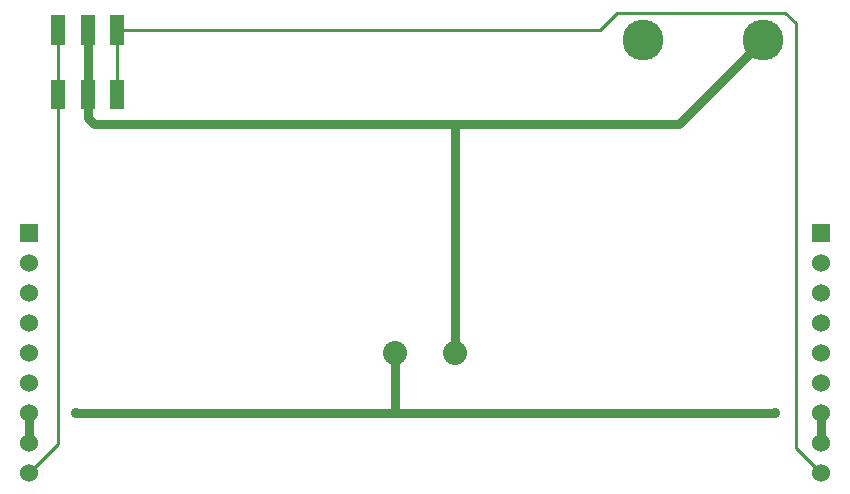
<source format=gbr>
G04 start of page 2 for group 0 idx 0 *
G04 Title: (unknown), top *
G04 Creator: pcb 20140316 *
G04 CreationDate: Thu 02 Jul 2020 08:53:44 PM GMT UTC *
G04 For: railfan *
G04 Format: Gerber/RS-274X *
G04 PCB-Dimensions (mil): 2750.00 2500.00 *
G04 PCB-Coordinate-Origin: lower left *
%MOIN*%
%FSLAX25Y25*%
%LNTOP*%
%ADD22C,0.0315*%
%ADD21C,0.0960*%
%ADD20C,0.0420*%
%ADD19C,0.0200*%
%ADD18C,0.0360*%
%ADD17R,0.0470X0.0470*%
%ADD16C,0.0800*%
%ADD15C,0.1360*%
%ADD14C,0.0600*%
%ADD13C,0.0001*%
%ADD12C,0.0100*%
%ADD11C,0.0300*%
G54D11*X250000Y150000D02*X222000Y122000D01*
G54D12*X195825Y153325D02*X201500Y159000D01*
X257500D01*
X261000Y155500D01*
Y14000D01*
G54D11*X222000Y122000D02*X27000D01*
G54D12*X15200Y15200D02*Y153325D01*
X34800Y131675D02*Y153325D01*
X195825D01*
G54D11*X27000Y122000D02*X25000Y124000D01*
Y153325D01*
X127500Y45500D02*Y25500D01*
X254000D02*X21000D01*
G54D12*X15200Y15200D02*X5500Y5500D01*
G54D11*X147500Y45500D02*Y122000D01*
G54D12*X261000Y14000D02*X269500Y5500D01*
G54D11*X5500Y15500D02*Y25500D01*
X269500Y15500D02*Y25500D01*
G54D13*G36*
X266500Y88500D02*Y82500D01*
X272500D01*
Y88500D01*
X266500D01*
G37*
G54D14*X269500Y75500D03*
Y65500D03*
Y55500D03*
Y45500D03*
Y35500D03*
Y25500D03*
Y15500D03*
Y5500D03*
G54D15*X250000Y150000D03*
X210000D03*
G54D14*X5500Y55500D03*
Y45500D03*
Y35500D03*
Y25500D03*
G54D13*G36*
X2500Y88500D02*Y82500D01*
X8500D01*
Y88500D01*
X2500D01*
G37*
G54D14*X5500Y75500D03*
Y65500D03*
Y15500D03*
Y5500D03*
G54D16*X127500Y45500D03*
X147500D03*
G54D17*X15200Y155900D02*Y150750D01*
X25000Y155900D02*Y150750D01*
X34800Y155900D02*Y150750D01*
X15200Y134250D02*Y129100D01*
X25000Y134250D02*Y129100D01*
X34800Y134250D02*Y129100D01*
G54D18*X254000Y25500D03*
X21000D03*
G54D19*G54D20*G54D21*G54D20*G54D22*M02*

</source>
